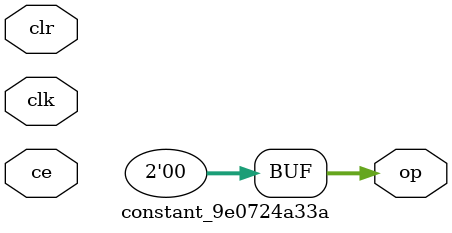
<source format=v>
module constant_9e0724a33a (
  output [(2 - 1):0] op,
  input clk,
  input ce,
  input clr);
  localparam [(2 - 1):0] const_value = 2'b00;
  assign op = 2'b00;
endmodule
</source>
